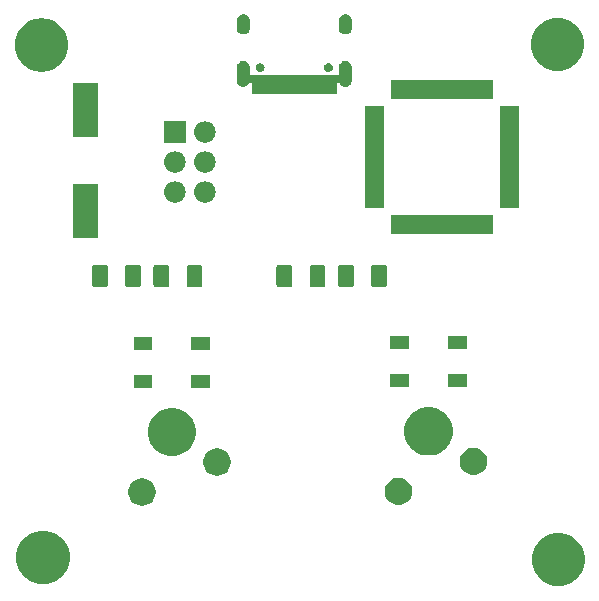
<source format=gbr>
G04 #@! TF.GenerationSoftware,KiCad,Pcbnew,(5.1.4)-1*
G04 #@! TF.CreationDate,2023-02-23T21:20:58+01:00*
G04 #@! TF.ProjectId,pcb,7063622e-6b69-4636-9164-5f7063625858,1.0*
G04 #@! TF.SameCoordinates,Original*
G04 #@! TF.FileFunction,Soldermask,Top*
G04 #@! TF.FilePolarity,Negative*
%FSLAX46Y46*%
G04 Gerber Fmt 4.6, Leading zero omitted, Abs format (unit mm)*
G04 Created by KiCad (PCBNEW (5.1.4)-1) date 2023-02-23 21:20:58*
%MOMM*%
%LPD*%
G04 APERTURE LIST*
%ADD10C,0.100000*%
G04 APERTURE END LIST*
D10*
G36*
X208676464Y-96882000D02*
G01*
X209063593Y-96959004D01*
X209473249Y-97128689D01*
X209841929Y-97375034D01*
X210155466Y-97688571D01*
X210401811Y-98057251D01*
X210571496Y-98466907D01*
X210658000Y-98901796D01*
X210658000Y-99345204D01*
X210571496Y-99780093D01*
X210401811Y-100189749D01*
X210155466Y-100558429D01*
X209841929Y-100871966D01*
X209473249Y-101118311D01*
X209063593Y-101287996D01*
X208682880Y-101363724D01*
X208628705Y-101374500D01*
X208185295Y-101374500D01*
X208131120Y-101363724D01*
X207750407Y-101287996D01*
X207340751Y-101118311D01*
X206972071Y-100871966D01*
X206658534Y-100558429D01*
X206412189Y-100189749D01*
X206242504Y-99780093D01*
X206156000Y-99345204D01*
X206156000Y-98901796D01*
X206242504Y-98466907D01*
X206412189Y-98057251D01*
X206658534Y-97688571D01*
X206972071Y-97375034D01*
X207340751Y-97128689D01*
X207750407Y-96959004D01*
X208137536Y-96882000D01*
X208185295Y-96872500D01*
X208628705Y-96872500D01*
X208676464Y-96882000D01*
X208676464Y-96882000D01*
G37*
G36*
X165057880Y-96692776D02*
G01*
X165438593Y-96768504D01*
X165848249Y-96938189D01*
X166216929Y-97184534D01*
X166530466Y-97498071D01*
X166776811Y-97866751D01*
X166946496Y-98276407D01*
X167033000Y-98711296D01*
X167033000Y-99154704D01*
X166946496Y-99589593D01*
X166776811Y-99999249D01*
X166530466Y-100367929D01*
X166216929Y-100681466D01*
X165848249Y-100927811D01*
X165438593Y-101097496D01*
X165057880Y-101173224D01*
X165003705Y-101184000D01*
X164560295Y-101184000D01*
X164506120Y-101173224D01*
X164125407Y-101097496D01*
X163715751Y-100927811D01*
X163347071Y-100681466D01*
X163033534Y-100367929D01*
X162787189Y-99999249D01*
X162617504Y-99589593D01*
X162531000Y-99154704D01*
X162531000Y-98711296D01*
X162617504Y-98276407D01*
X162787189Y-97866751D01*
X163033534Y-97498071D01*
X163347071Y-97184534D01*
X163715751Y-96938189D01*
X164125407Y-96768504D01*
X164506120Y-96692776D01*
X164560295Y-96682000D01*
X165003705Y-96682000D01*
X165057880Y-96692776D01*
X165057880Y-96692776D01*
G37*
G36*
X173388549Y-92279616D02*
G01*
X173499734Y-92301732D01*
X173709203Y-92388497D01*
X173897720Y-92514460D01*
X174058040Y-92674780D01*
X174184003Y-92863297D01*
X174270768Y-93072766D01*
X174315000Y-93295136D01*
X174315000Y-93521864D01*
X174270768Y-93744234D01*
X174184003Y-93953703D01*
X174058040Y-94142220D01*
X173897720Y-94302540D01*
X173709203Y-94428503D01*
X173499734Y-94515268D01*
X173388549Y-94537384D01*
X173277365Y-94559500D01*
X173050635Y-94559500D01*
X172939451Y-94537384D01*
X172828266Y-94515268D01*
X172618797Y-94428503D01*
X172430280Y-94302540D01*
X172269960Y-94142220D01*
X172143997Y-93953703D01*
X172057232Y-93744234D01*
X172013000Y-93521864D01*
X172013000Y-93295136D01*
X172057232Y-93072766D01*
X172143997Y-92863297D01*
X172269960Y-92674780D01*
X172430280Y-92514460D01*
X172618797Y-92388497D01*
X172828266Y-92301732D01*
X172939451Y-92279616D01*
X173050635Y-92257500D01*
X173277365Y-92257500D01*
X173388549Y-92279616D01*
X173388549Y-92279616D01*
G37*
G36*
X195106549Y-92216116D02*
G01*
X195217734Y-92238232D01*
X195427203Y-92324997D01*
X195615720Y-92450960D01*
X195776040Y-92611280D01*
X195902003Y-92799797D01*
X195988768Y-93009266D01*
X196033000Y-93231636D01*
X196033000Y-93458364D01*
X195988768Y-93680734D01*
X195902003Y-93890203D01*
X195776040Y-94078720D01*
X195615720Y-94239040D01*
X195427203Y-94365003D01*
X195217734Y-94451768D01*
X195106549Y-94473884D01*
X194995365Y-94496000D01*
X194768635Y-94496000D01*
X194657451Y-94473884D01*
X194546266Y-94451768D01*
X194336797Y-94365003D01*
X194148280Y-94239040D01*
X193987960Y-94078720D01*
X193861997Y-93890203D01*
X193775232Y-93680734D01*
X193731000Y-93458364D01*
X193731000Y-93231636D01*
X193775232Y-93009266D01*
X193861997Y-92799797D01*
X193987960Y-92611280D01*
X194148280Y-92450960D01*
X194336797Y-92324997D01*
X194546266Y-92238232D01*
X194657451Y-92216116D01*
X194768635Y-92194000D01*
X194995365Y-92194000D01*
X195106549Y-92216116D01*
X195106549Y-92216116D01*
G37*
G36*
X179738549Y-89739616D02*
G01*
X179849734Y-89761732D01*
X180059203Y-89848497D01*
X180247720Y-89974460D01*
X180408040Y-90134780D01*
X180534003Y-90323297D01*
X180620768Y-90532766D01*
X180665000Y-90755136D01*
X180665000Y-90981864D01*
X180620768Y-91204234D01*
X180534003Y-91413703D01*
X180408040Y-91602220D01*
X180247720Y-91762540D01*
X180059203Y-91888503D01*
X179849734Y-91975268D01*
X179738549Y-91997384D01*
X179627365Y-92019500D01*
X179400635Y-92019500D01*
X179289451Y-91997384D01*
X179178266Y-91975268D01*
X178968797Y-91888503D01*
X178780280Y-91762540D01*
X178619960Y-91602220D01*
X178493997Y-91413703D01*
X178407232Y-91204234D01*
X178363000Y-90981864D01*
X178363000Y-90755136D01*
X178407232Y-90532766D01*
X178493997Y-90323297D01*
X178619960Y-90134780D01*
X178780280Y-89974460D01*
X178968797Y-89848497D01*
X179178266Y-89761732D01*
X179289451Y-89739616D01*
X179400635Y-89717500D01*
X179627365Y-89717500D01*
X179738549Y-89739616D01*
X179738549Y-89739616D01*
G37*
G36*
X201456549Y-89676116D02*
G01*
X201567734Y-89698232D01*
X201777203Y-89784997D01*
X201965720Y-89910960D01*
X202126040Y-90071280D01*
X202252003Y-90259797D01*
X202338768Y-90469266D01*
X202383000Y-90691636D01*
X202383000Y-90918364D01*
X202338768Y-91140734D01*
X202252003Y-91350203D01*
X202126040Y-91538720D01*
X201965720Y-91699040D01*
X201777203Y-91825003D01*
X201567734Y-91911768D01*
X201456549Y-91933884D01*
X201345365Y-91956000D01*
X201118635Y-91956000D01*
X201007451Y-91933884D01*
X200896266Y-91911768D01*
X200686797Y-91825003D01*
X200498280Y-91699040D01*
X200337960Y-91538720D01*
X200211997Y-91350203D01*
X200125232Y-91140734D01*
X200081000Y-90918364D01*
X200081000Y-90691636D01*
X200125232Y-90469266D01*
X200211997Y-90259797D01*
X200337960Y-90071280D01*
X200498280Y-89910960D01*
X200686797Y-89784997D01*
X200896266Y-89698232D01*
X201007451Y-89676116D01*
X201118635Y-89654000D01*
X201345365Y-89654000D01*
X201456549Y-89676116D01*
X201456549Y-89676116D01*
G37*
G36*
X176302254Y-86356318D02*
G01*
X176675511Y-86510926D01*
X176675513Y-86510927D01*
X177011436Y-86735384D01*
X177297116Y-87021064D01*
X177479144Y-87293487D01*
X177521574Y-87356989D01*
X177676182Y-87730246D01*
X177755000Y-88126493D01*
X177755000Y-88530507D01*
X177676182Y-88926754D01*
X177521574Y-89300011D01*
X177521573Y-89300013D01*
X177297116Y-89635936D01*
X177011436Y-89921616D01*
X176675513Y-90146073D01*
X176675512Y-90146074D01*
X176675511Y-90146074D01*
X176302254Y-90300682D01*
X175906007Y-90379500D01*
X175501993Y-90379500D01*
X175105746Y-90300682D01*
X174732489Y-90146074D01*
X174732488Y-90146074D01*
X174732487Y-90146073D01*
X174396564Y-89921616D01*
X174110884Y-89635936D01*
X173886427Y-89300013D01*
X173886426Y-89300011D01*
X173731818Y-88926754D01*
X173653000Y-88530507D01*
X173653000Y-88126493D01*
X173731818Y-87730246D01*
X173886426Y-87356989D01*
X173928857Y-87293487D01*
X174110884Y-87021064D01*
X174396564Y-86735384D01*
X174732487Y-86510927D01*
X174732489Y-86510926D01*
X175105746Y-86356318D01*
X175501993Y-86277500D01*
X175906007Y-86277500D01*
X176302254Y-86356318D01*
X176302254Y-86356318D01*
G37*
G36*
X198020254Y-86292818D02*
G01*
X198393511Y-86447426D01*
X198393513Y-86447427D01*
X198488547Y-86510927D01*
X198729436Y-86671884D01*
X199015116Y-86957564D01*
X199239574Y-87293489D01*
X199394182Y-87666746D01*
X199473000Y-88062993D01*
X199473000Y-88467007D01*
X199394182Y-88863254D01*
X199367879Y-88926754D01*
X199239573Y-89236513D01*
X199015116Y-89572436D01*
X198729436Y-89858116D01*
X198393513Y-90082573D01*
X198393512Y-90082574D01*
X198393511Y-90082574D01*
X198020254Y-90237182D01*
X197624007Y-90316000D01*
X197219993Y-90316000D01*
X196823746Y-90237182D01*
X196450489Y-90082574D01*
X196450488Y-90082574D01*
X196450487Y-90082573D01*
X196114564Y-89858116D01*
X195828884Y-89572436D01*
X195604427Y-89236513D01*
X195476121Y-88926754D01*
X195449818Y-88863254D01*
X195371000Y-88467007D01*
X195371000Y-88062993D01*
X195449818Y-87666746D01*
X195604426Y-87293489D01*
X195828884Y-86957564D01*
X196114564Y-86671884D01*
X196355453Y-86510927D01*
X196450487Y-86447427D01*
X196450489Y-86447426D01*
X196823746Y-86292818D01*
X197219993Y-86214000D01*
X197624007Y-86214000D01*
X198020254Y-86292818D01*
X198020254Y-86292818D01*
G37*
G36*
X174055000Y-84574000D02*
G01*
X172453000Y-84574000D01*
X172453000Y-83472000D01*
X174055000Y-83472000D01*
X174055000Y-84574000D01*
X174055000Y-84574000D01*
G37*
G36*
X178955000Y-84574000D02*
G01*
X177353000Y-84574000D01*
X177353000Y-83472000D01*
X178955000Y-83472000D01*
X178955000Y-84574000D01*
X178955000Y-84574000D01*
G37*
G36*
X195773000Y-84510500D02*
G01*
X194171000Y-84510500D01*
X194171000Y-83408500D01*
X195773000Y-83408500D01*
X195773000Y-84510500D01*
X195773000Y-84510500D01*
G37*
G36*
X200673000Y-84510500D02*
G01*
X199071000Y-84510500D01*
X199071000Y-83408500D01*
X200673000Y-83408500D01*
X200673000Y-84510500D01*
X200673000Y-84510500D01*
G37*
G36*
X178955000Y-81374000D02*
G01*
X177353000Y-81374000D01*
X177353000Y-80272000D01*
X178955000Y-80272000D01*
X178955000Y-81374000D01*
X178955000Y-81374000D01*
G37*
G36*
X174055000Y-81374000D02*
G01*
X172453000Y-81374000D01*
X172453000Y-80272000D01*
X174055000Y-80272000D01*
X174055000Y-81374000D01*
X174055000Y-81374000D01*
G37*
G36*
X200673000Y-81310500D02*
G01*
X199071000Y-81310500D01*
X199071000Y-80208500D01*
X200673000Y-80208500D01*
X200673000Y-81310500D01*
X200673000Y-81310500D01*
G37*
G36*
X195773000Y-81310500D02*
G01*
X194171000Y-81310500D01*
X194171000Y-80208500D01*
X195773000Y-80208500D01*
X195773000Y-81310500D01*
X195773000Y-81310500D01*
G37*
G36*
X178130604Y-74198847D02*
G01*
X178167144Y-74209932D01*
X178200821Y-74227933D01*
X178230341Y-74252159D01*
X178254567Y-74281679D01*
X178272568Y-74315356D01*
X178283653Y-74351896D01*
X178288000Y-74396038D01*
X178288000Y-75844962D01*
X178283653Y-75889104D01*
X178272568Y-75925644D01*
X178254567Y-75959321D01*
X178230341Y-75988841D01*
X178200821Y-76013067D01*
X178167144Y-76031068D01*
X178130604Y-76042153D01*
X178086462Y-76046500D01*
X177137538Y-76046500D01*
X177093396Y-76042153D01*
X177056856Y-76031068D01*
X177023179Y-76013067D01*
X176993659Y-75988841D01*
X176969433Y-75959321D01*
X176951432Y-75925644D01*
X176940347Y-75889104D01*
X176936000Y-75844962D01*
X176936000Y-74396038D01*
X176940347Y-74351896D01*
X176951432Y-74315356D01*
X176969433Y-74281679D01*
X176993659Y-74252159D01*
X177023179Y-74227933D01*
X177056856Y-74209932D01*
X177093396Y-74198847D01*
X177137538Y-74194500D01*
X178086462Y-74194500D01*
X178130604Y-74198847D01*
X178130604Y-74198847D01*
G37*
G36*
X175330604Y-74198847D02*
G01*
X175367144Y-74209932D01*
X175400821Y-74227933D01*
X175430341Y-74252159D01*
X175454567Y-74281679D01*
X175472568Y-74315356D01*
X175483653Y-74351896D01*
X175488000Y-74396038D01*
X175488000Y-75844962D01*
X175483653Y-75889104D01*
X175472568Y-75925644D01*
X175454567Y-75959321D01*
X175430341Y-75988841D01*
X175400821Y-76013067D01*
X175367144Y-76031068D01*
X175330604Y-76042153D01*
X175286462Y-76046500D01*
X174337538Y-76046500D01*
X174293396Y-76042153D01*
X174256856Y-76031068D01*
X174223179Y-76013067D01*
X174193659Y-75988841D01*
X174169433Y-75959321D01*
X174151432Y-75925644D01*
X174140347Y-75889104D01*
X174136000Y-75844962D01*
X174136000Y-74396038D01*
X174140347Y-74351896D01*
X174151432Y-74315356D01*
X174169433Y-74281679D01*
X174193659Y-74252159D01*
X174223179Y-74227933D01*
X174256856Y-74209932D01*
X174293396Y-74198847D01*
X174337538Y-74194500D01*
X175286462Y-74194500D01*
X175330604Y-74198847D01*
X175330604Y-74198847D01*
G37*
G36*
X190952604Y-74198847D02*
G01*
X190989144Y-74209932D01*
X191022821Y-74227933D01*
X191052341Y-74252159D01*
X191076567Y-74281679D01*
X191094568Y-74315356D01*
X191105653Y-74351896D01*
X191110000Y-74396038D01*
X191110000Y-75844962D01*
X191105653Y-75889104D01*
X191094568Y-75925644D01*
X191076567Y-75959321D01*
X191052341Y-75988841D01*
X191022821Y-76013067D01*
X190989144Y-76031068D01*
X190952604Y-76042153D01*
X190908462Y-76046500D01*
X189959538Y-76046500D01*
X189915396Y-76042153D01*
X189878856Y-76031068D01*
X189845179Y-76013067D01*
X189815659Y-75988841D01*
X189791433Y-75959321D01*
X189773432Y-75925644D01*
X189762347Y-75889104D01*
X189758000Y-75844962D01*
X189758000Y-74396038D01*
X189762347Y-74351896D01*
X189773432Y-74315356D01*
X189791433Y-74281679D01*
X189815659Y-74252159D01*
X189845179Y-74227933D01*
X189878856Y-74209932D01*
X189915396Y-74198847D01*
X189959538Y-74194500D01*
X190908462Y-74194500D01*
X190952604Y-74198847D01*
X190952604Y-74198847D01*
G37*
G36*
X193752604Y-74198847D02*
G01*
X193789144Y-74209932D01*
X193822821Y-74227933D01*
X193852341Y-74252159D01*
X193876567Y-74281679D01*
X193894568Y-74315356D01*
X193905653Y-74351896D01*
X193910000Y-74396038D01*
X193910000Y-75844962D01*
X193905653Y-75889104D01*
X193894568Y-75925644D01*
X193876567Y-75959321D01*
X193852341Y-75988841D01*
X193822821Y-76013067D01*
X193789144Y-76031068D01*
X193752604Y-76042153D01*
X193708462Y-76046500D01*
X192759538Y-76046500D01*
X192715396Y-76042153D01*
X192678856Y-76031068D01*
X192645179Y-76013067D01*
X192615659Y-75988841D01*
X192591433Y-75959321D01*
X192573432Y-75925644D01*
X192562347Y-75889104D01*
X192558000Y-75844962D01*
X192558000Y-74396038D01*
X192562347Y-74351896D01*
X192573432Y-74315356D01*
X192591433Y-74281679D01*
X192615659Y-74252159D01*
X192645179Y-74227933D01*
X192678856Y-74209932D01*
X192715396Y-74198847D01*
X192759538Y-74194500D01*
X193708462Y-74194500D01*
X193752604Y-74198847D01*
X193752604Y-74198847D01*
G37*
G36*
X170124604Y-74198847D02*
G01*
X170161144Y-74209932D01*
X170194821Y-74227933D01*
X170224341Y-74252159D01*
X170248567Y-74281679D01*
X170266568Y-74315356D01*
X170277653Y-74351896D01*
X170282000Y-74396038D01*
X170282000Y-75844962D01*
X170277653Y-75889104D01*
X170266568Y-75925644D01*
X170248567Y-75959321D01*
X170224341Y-75988841D01*
X170194821Y-76013067D01*
X170161144Y-76031068D01*
X170124604Y-76042153D01*
X170080462Y-76046500D01*
X169131538Y-76046500D01*
X169087396Y-76042153D01*
X169050856Y-76031068D01*
X169017179Y-76013067D01*
X168987659Y-75988841D01*
X168963433Y-75959321D01*
X168945432Y-75925644D01*
X168934347Y-75889104D01*
X168930000Y-75844962D01*
X168930000Y-74396038D01*
X168934347Y-74351896D01*
X168945432Y-74315356D01*
X168963433Y-74281679D01*
X168987659Y-74252159D01*
X169017179Y-74227933D01*
X169050856Y-74209932D01*
X169087396Y-74198847D01*
X169131538Y-74194500D01*
X170080462Y-74194500D01*
X170124604Y-74198847D01*
X170124604Y-74198847D01*
G37*
G36*
X185744604Y-74198847D02*
G01*
X185781144Y-74209932D01*
X185814821Y-74227933D01*
X185844341Y-74252159D01*
X185868567Y-74281679D01*
X185886568Y-74315356D01*
X185897653Y-74351896D01*
X185902000Y-74396038D01*
X185902000Y-75844962D01*
X185897653Y-75889104D01*
X185886568Y-75925644D01*
X185868567Y-75959321D01*
X185844341Y-75988841D01*
X185814821Y-76013067D01*
X185781144Y-76031068D01*
X185744604Y-76042153D01*
X185700462Y-76046500D01*
X184751538Y-76046500D01*
X184707396Y-76042153D01*
X184670856Y-76031068D01*
X184637179Y-76013067D01*
X184607659Y-75988841D01*
X184583433Y-75959321D01*
X184565432Y-75925644D01*
X184554347Y-75889104D01*
X184550000Y-75844962D01*
X184550000Y-74396038D01*
X184554347Y-74351896D01*
X184565432Y-74315356D01*
X184583433Y-74281679D01*
X184607659Y-74252159D01*
X184637179Y-74227933D01*
X184670856Y-74209932D01*
X184707396Y-74198847D01*
X184751538Y-74194500D01*
X185700462Y-74194500D01*
X185744604Y-74198847D01*
X185744604Y-74198847D01*
G37*
G36*
X188544604Y-74198847D02*
G01*
X188581144Y-74209932D01*
X188614821Y-74227933D01*
X188644341Y-74252159D01*
X188668567Y-74281679D01*
X188686568Y-74315356D01*
X188697653Y-74351896D01*
X188702000Y-74396038D01*
X188702000Y-75844962D01*
X188697653Y-75889104D01*
X188686568Y-75925644D01*
X188668567Y-75959321D01*
X188644341Y-75988841D01*
X188614821Y-76013067D01*
X188581144Y-76031068D01*
X188544604Y-76042153D01*
X188500462Y-76046500D01*
X187551538Y-76046500D01*
X187507396Y-76042153D01*
X187470856Y-76031068D01*
X187437179Y-76013067D01*
X187407659Y-75988841D01*
X187383433Y-75959321D01*
X187365432Y-75925644D01*
X187354347Y-75889104D01*
X187350000Y-75844962D01*
X187350000Y-74396038D01*
X187354347Y-74351896D01*
X187365432Y-74315356D01*
X187383433Y-74281679D01*
X187407659Y-74252159D01*
X187437179Y-74227933D01*
X187470856Y-74209932D01*
X187507396Y-74198847D01*
X187551538Y-74194500D01*
X188500462Y-74194500D01*
X188544604Y-74198847D01*
X188544604Y-74198847D01*
G37*
G36*
X172924604Y-74198847D02*
G01*
X172961144Y-74209932D01*
X172994821Y-74227933D01*
X173024341Y-74252159D01*
X173048567Y-74281679D01*
X173066568Y-74315356D01*
X173077653Y-74351896D01*
X173082000Y-74396038D01*
X173082000Y-75844962D01*
X173077653Y-75889104D01*
X173066568Y-75925644D01*
X173048567Y-75959321D01*
X173024341Y-75988841D01*
X172994821Y-76013067D01*
X172961144Y-76031068D01*
X172924604Y-76042153D01*
X172880462Y-76046500D01*
X171931538Y-76046500D01*
X171887396Y-76042153D01*
X171850856Y-76031068D01*
X171817179Y-76013067D01*
X171787659Y-75988841D01*
X171763433Y-75959321D01*
X171745432Y-75925644D01*
X171734347Y-75889104D01*
X171730000Y-75844962D01*
X171730000Y-74396038D01*
X171734347Y-74351896D01*
X171745432Y-74315356D01*
X171763433Y-74281679D01*
X171787659Y-74252159D01*
X171817179Y-74227933D01*
X171850856Y-74209932D01*
X171887396Y-74198847D01*
X171931538Y-74194500D01*
X172880462Y-74194500D01*
X172924604Y-74198847D01*
X172924604Y-74198847D01*
G37*
G36*
X169453000Y-71892500D02*
G01*
X167351000Y-71892500D01*
X167351000Y-67290500D01*
X169453000Y-67290500D01*
X169453000Y-71892500D01*
X169453000Y-71892500D01*
G37*
G36*
X202890000Y-71525000D02*
G01*
X194238000Y-71525000D01*
X194238000Y-69923000D01*
X202890000Y-69923000D01*
X202890000Y-71525000D01*
X202890000Y-71525000D01*
G37*
G36*
X193665000Y-69350000D02*
G01*
X192063000Y-69350000D01*
X192063000Y-60698000D01*
X193665000Y-60698000D01*
X193665000Y-69350000D01*
X193665000Y-69350000D01*
G37*
G36*
X205065000Y-69350000D02*
G01*
X203463000Y-69350000D01*
X203463000Y-60698000D01*
X205065000Y-60698000D01*
X205065000Y-69350000D01*
X205065000Y-69350000D01*
G37*
G36*
X178608443Y-67114019D02*
G01*
X178674627Y-67120537D01*
X178844466Y-67172057D01*
X179000991Y-67255722D01*
X179036729Y-67285052D01*
X179138186Y-67368314D01*
X179221448Y-67469771D01*
X179250778Y-67505509D01*
X179334443Y-67662034D01*
X179385963Y-67831873D01*
X179403359Y-68008500D01*
X179385963Y-68185127D01*
X179334443Y-68354966D01*
X179250778Y-68511491D01*
X179221448Y-68547229D01*
X179138186Y-68648686D01*
X179036729Y-68731948D01*
X179000991Y-68761278D01*
X178844466Y-68844943D01*
X178674627Y-68896463D01*
X178608442Y-68902982D01*
X178542260Y-68909500D01*
X178453740Y-68909500D01*
X178387558Y-68902982D01*
X178321373Y-68896463D01*
X178151534Y-68844943D01*
X177995009Y-68761278D01*
X177959271Y-68731948D01*
X177857814Y-68648686D01*
X177774552Y-68547229D01*
X177745222Y-68511491D01*
X177661557Y-68354966D01*
X177610037Y-68185127D01*
X177592641Y-68008500D01*
X177610037Y-67831873D01*
X177661557Y-67662034D01*
X177745222Y-67505509D01*
X177774552Y-67469771D01*
X177857814Y-67368314D01*
X177959271Y-67285052D01*
X177995009Y-67255722D01*
X178151534Y-67172057D01*
X178321373Y-67120537D01*
X178387557Y-67114019D01*
X178453740Y-67107500D01*
X178542260Y-67107500D01*
X178608443Y-67114019D01*
X178608443Y-67114019D01*
G37*
G36*
X176068443Y-67114019D02*
G01*
X176134627Y-67120537D01*
X176304466Y-67172057D01*
X176460991Y-67255722D01*
X176496729Y-67285052D01*
X176598186Y-67368314D01*
X176681448Y-67469771D01*
X176710778Y-67505509D01*
X176794443Y-67662034D01*
X176845963Y-67831873D01*
X176863359Y-68008500D01*
X176845963Y-68185127D01*
X176794443Y-68354966D01*
X176710778Y-68511491D01*
X176681448Y-68547229D01*
X176598186Y-68648686D01*
X176496729Y-68731948D01*
X176460991Y-68761278D01*
X176304466Y-68844943D01*
X176134627Y-68896463D01*
X176068442Y-68902982D01*
X176002260Y-68909500D01*
X175913740Y-68909500D01*
X175847558Y-68902982D01*
X175781373Y-68896463D01*
X175611534Y-68844943D01*
X175455009Y-68761278D01*
X175419271Y-68731948D01*
X175317814Y-68648686D01*
X175234552Y-68547229D01*
X175205222Y-68511491D01*
X175121557Y-68354966D01*
X175070037Y-68185127D01*
X175052641Y-68008500D01*
X175070037Y-67831873D01*
X175121557Y-67662034D01*
X175205222Y-67505509D01*
X175234552Y-67469771D01*
X175317814Y-67368314D01*
X175419271Y-67285052D01*
X175455009Y-67255722D01*
X175611534Y-67172057D01*
X175781373Y-67120537D01*
X175847557Y-67114019D01*
X175913740Y-67107500D01*
X176002260Y-67107500D01*
X176068443Y-67114019D01*
X176068443Y-67114019D01*
G37*
G36*
X176068442Y-64574018D02*
G01*
X176134627Y-64580537D01*
X176304466Y-64632057D01*
X176460991Y-64715722D01*
X176496729Y-64745052D01*
X176598186Y-64828314D01*
X176681448Y-64929771D01*
X176710778Y-64965509D01*
X176794443Y-65122034D01*
X176845963Y-65291873D01*
X176863359Y-65468500D01*
X176845963Y-65645127D01*
X176794443Y-65814966D01*
X176710778Y-65971491D01*
X176681448Y-66007229D01*
X176598186Y-66108686D01*
X176496729Y-66191948D01*
X176460991Y-66221278D01*
X176304466Y-66304943D01*
X176134627Y-66356463D01*
X176068442Y-66362982D01*
X176002260Y-66369500D01*
X175913740Y-66369500D01*
X175847558Y-66362982D01*
X175781373Y-66356463D01*
X175611534Y-66304943D01*
X175455009Y-66221278D01*
X175419271Y-66191948D01*
X175317814Y-66108686D01*
X175234552Y-66007229D01*
X175205222Y-65971491D01*
X175121557Y-65814966D01*
X175070037Y-65645127D01*
X175052641Y-65468500D01*
X175070037Y-65291873D01*
X175121557Y-65122034D01*
X175205222Y-64965509D01*
X175234552Y-64929771D01*
X175317814Y-64828314D01*
X175419271Y-64745052D01*
X175455009Y-64715722D01*
X175611534Y-64632057D01*
X175781373Y-64580537D01*
X175847558Y-64574018D01*
X175913740Y-64567500D01*
X176002260Y-64567500D01*
X176068442Y-64574018D01*
X176068442Y-64574018D01*
G37*
G36*
X178608442Y-64574018D02*
G01*
X178674627Y-64580537D01*
X178844466Y-64632057D01*
X179000991Y-64715722D01*
X179036729Y-64745052D01*
X179138186Y-64828314D01*
X179221448Y-64929771D01*
X179250778Y-64965509D01*
X179334443Y-65122034D01*
X179385963Y-65291873D01*
X179403359Y-65468500D01*
X179385963Y-65645127D01*
X179334443Y-65814966D01*
X179250778Y-65971491D01*
X179221448Y-66007229D01*
X179138186Y-66108686D01*
X179036729Y-66191948D01*
X179000991Y-66221278D01*
X178844466Y-66304943D01*
X178674627Y-66356463D01*
X178608442Y-66362982D01*
X178542260Y-66369500D01*
X178453740Y-66369500D01*
X178387558Y-66362982D01*
X178321373Y-66356463D01*
X178151534Y-66304943D01*
X177995009Y-66221278D01*
X177959271Y-66191948D01*
X177857814Y-66108686D01*
X177774552Y-66007229D01*
X177745222Y-65971491D01*
X177661557Y-65814966D01*
X177610037Y-65645127D01*
X177592641Y-65468500D01*
X177610037Y-65291873D01*
X177661557Y-65122034D01*
X177745222Y-64965509D01*
X177774552Y-64929771D01*
X177857814Y-64828314D01*
X177959271Y-64745052D01*
X177995009Y-64715722D01*
X178151534Y-64632057D01*
X178321373Y-64580537D01*
X178387558Y-64574018D01*
X178453740Y-64567500D01*
X178542260Y-64567500D01*
X178608442Y-64574018D01*
X178608442Y-64574018D01*
G37*
G36*
X176859000Y-63829500D02*
G01*
X175057000Y-63829500D01*
X175057000Y-62027500D01*
X176859000Y-62027500D01*
X176859000Y-63829500D01*
X176859000Y-63829500D01*
G37*
G36*
X178608442Y-62034018D02*
G01*
X178674627Y-62040537D01*
X178844466Y-62092057D01*
X179000991Y-62175722D01*
X179036729Y-62205052D01*
X179138186Y-62288314D01*
X179221448Y-62389771D01*
X179250778Y-62425509D01*
X179334443Y-62582034D01*
X179385963Y-62751873D01*
X179403359Y-62928500D01*
X179385963Y-63105127D01*
X179334443Y-63274966D01*
X179250778Y-63431491D01*
X179221448Y-63467229D01*
X179138186Y-63568686D01*
X179036729Y-63651948D01*
X179000991Y-63681278D01*
X178844466Y-63764943D01*
X178674627Y-63816463D01*
X178608442Y-63822982D01*
X178542260Y-63829500D01*
X178453740Y-63829500D01*
X178387558Y-63822982D01*
X178321373Y-63816463D01*
X178151534Y-63764943D01*
X177995009Y-63681278D01*
X177959271Y-63651948D01*
X177857814Y-63568686D01*
X177774552Y-63467229D01*
X177745222Y-63431491D01*
X177661557Y-63274966D01*
X177610037Y-63105127D01*
X177592641Y-62928500D01*
X177610037Y-62751873D01*
X177661557Y-62582034D01*
X177745222Y-62425509D01*
X177774552Y-62389771D01*
X177857814Y-62288314D01*
X177959271Y-62205052D01*
X177995009Y-62175722D01*
X178151534Y-62092057D01*
X178321373Y-62040537D01*
X178387558Y-62034018D01*
X178453740Y-62027500D01*
X178542260Y-62027500D01*
X178608442Y-62034018D01*
X178608442Y-62034018D01*
G37*
G36*
X169453000Y-63392500D02*
G01*
X167351000Y-63392500D01*
X167351000Y-58790500D01*
X169453000Y-58790500D01*
X169453000Y-63392500D01*
X169453000Y-63392500D01*
G37*
G36*
X202890000Y-60125000D02*
G01*
X194238000Y-60125000D01*
X194238000Y-58523000D01*
X202890000Y-58523000D01*
X202890000Y-60125000D01*
X202890000Y-60125000D01*
G37*
G36*
X190483015Y-56900973D02*
G01*
X190586879Y-56932479D01*
X190614055Y-56947005D01*
X190682600Y-56983643D01*
X190766501Y-57052499D01*
X190835357Y-57136400D01*
X190863202Y-57188495D01*
X190886521Y-57232121D01*
X190918027Y-57335985D01*
X190926000Y-57416933D01*
X190926000Y-58571067D01*
X190918027Y-58652015D01*
X190886521Y-58755879D01*
X190835356Y-58851600D01*
X190766501Y-58935501D01*
X190697645Y-58992009D01*
X190682599Y-59004357D01*
X190630907Y-59031987D01*
X190586878Y-59055521D01*
X190483014Y-59087027D01*
X190375000Y-59097666D01*
X190266985Y-59087027D01*
X190163121Y-59055521D01*
X190119093Y-59031987D01*
X190067401Y-59004357D01*
X190054643Y-58993887D01*
X189983499Y-58935501D01*
X189914644Y-58851600D01*
X189891234Y-58807804D01*
X189877625Y-58787436D01*
X189860298Y-58770109D01*
X189839924Y-58756495D01*
X189817285Y-58747118D01*
X189793252Y-58742337D01*
X189768748Y-58742337D01*
X189744714Y-58747117D01*
X189722076Y-58756494D01*
X189701701Y-58770108D01*
X189684374Y-58787435D01*
X189670760Y-58807809D01*
X189661383Y-58830448D01*
X189656602Y-58854481D01*
X189656000Y-58866734D01*
X189656000Y-59685000D01*
X182454000Y-59685000D01*
X182454000Y-58866735D01*
X182451598Y-58842349D01*
X182444485Y-58818900D01*
X182432934Y-58797289D01*
X182417389Y-58778347D01*
X182398447Y-58762802D01*
X182376836Y-58751251D01*
X182353387Y-58744138D01*
X182329001Y-58741736D01*
X182304615Y-58744138D01*
X182281166Y-58751251D01*
X182259555Y-58762802D01*
X182240613Y-58778347D01*
X182225068Y-58797289D01*
X182218767Y-58807802D01*
X182212835Y-58818900D01*
X182195356Y-58851601D01*
X182164319Y-58889419D01*
X182126501Y-58935501D01*
X182057645Y-58992009D01*
X182042599Y-59004357D01*
X181990907Y-59031987D01*
X181946878Y-59055521D01*
X181843014Y-59087027D01*
X181735000Y-59097666D01*
X181626985Y-59087027D01*
X181523121Y-59055521D01*
X181479093Y-59031987D01*
X181427401Y-59004357D01*
X181414643Y-58993887D01*
X181343499Y-58935501D01*
X181274644Y-58851600D01*
X181223479Y-58755878D01*
X181191973Y-58652014D01*
X181184000Y-58571066D01*
X181184001Y-57416933D01*
X181191974Y-57335985D01*
X181223480Y-57232121D01*
X181246799Y-57188495D01*
X181274644Y-57136400D01*
X181343500Y-57052499D01*
X181427401Y-56983643D01*
X181495946Y-56947005D01*
X181523122Y-56932479D01*
X181626986Y-56900973D01*
X181735000Y-56890334D01*
X181843015Y-56900973D01*
X181946879Y-56932479D01*
X181974055Y-56947005D01*
X182042600Y-56983643D01*
X182126501Y-57052499D01*
X182195357Y-57136400D01*
X182223202Y-57188495D01*
X182246521Y-57232121D01*
X182278027Y-57335985D01*
X182286000Y-57416933D01*
X182286000Y-58008001D01*
X182288402Y-58032387D01*
X182295515Y-58055836D01*
X182307066Y-58077447D01*
X182322611Y-58096389D01*
X182341553Y-58111934D01*
X182363164Y-58123485D01*
X182386613Y-58130598D01*
X182410999Y-58133000D01*
X189699001Y-58133000D01*
X189723387Y-58130598D01*
X189746836Y-58123485D01*
X189768447Y-58111934D01*
X189787389Y-58096389D01*
X189802934Y-58077447D01*
X189814485Y-58055836D01*
X189821598Y-58032387D01*
X189824000Y-58008001D01*
X189824001Y-57416939D01*
X189824001Y-57416933D01*
X189831974Y-57335985D01*
X189863480Y-57232121D01*
X189886799Y-57188495D01*
X189914644Y-57136400D01*
X189983500Y-57052499D01*
X190067401Y-56983643D01*
X190135946Y-56947005D01*
X190163122Y-56932479D01*
X190266986Y-56900973D01*
X190375000Y-56890334D01*
X190483015Y-56900973D01*
X190483015Y-56900973D01*
G37*
G36*
X189054672Y-57102449D02*
G01*
X189054674Y-57102450D01*
X189054675Y-57102450D01*
X189123103Y-57130793D01*
X189184686Y-57171942D01*
X189237058Y-57224314D01*
X189278207Y-57285897D01*
X189306550Y-57354325D01*
X189306551Y-57354328D01*
X189321000Y-57426966D01*
X189321000Y-57501034D01*
X189311260Y-57550000D01*
X189306550Y-57573675D01*
X189278207Y-57642103D01*
X189237058Y-57703686D01*
X189184686Y-57756058D01*
X189123103Y-57797207D01*
X189054675Y-57825550D01*
X189054674Y-57825550D01*
X189054672Y-57825551D01*
X188982034Y-57840000D01*
X188907966Y-57840000D01*
X188835328Y-57825551D01*
X188835326Y-57825550D01*
X188835325Y-57825550D01*
X188766897Y-57797207D01*
X188705314Y-57756058D01*
X188652942Y-57703686D01*
X188611793Y-57642103D01*
X188583450Y-57573675D01*
X188578741Y-57550000D01*
X188569000Y-57501034D01*
X188569000Y-57426966D01*
X188583449Y-57354328D01*
X188583450Y-57354325D01*
X188611793Y-57285897D01*
X188652942Y-57224314D01*
X188705314Y-57171942D01*
X188766897Y-57130793D01*
X188835325Y-57102450D01*
X188835326Y-57102450D01*
X188835328Y-57102449D01*
X188907966Y-57088000D01*
X188982034Y-57088000D01*
X189054672Y-57102449D01*
X189054672Y-57102449D01*
G37*
G36*
X183274672Y-57102449D02*
G01*
X183274674Y-57102450D01*
X183274675Y-57102450D01*
X183343103Y-57130793D01*
X183404686Y-57171942D01*
X183457058Y-57224314D01*
X183498207Y-57285897D01*
X183526550Y-57354325D01*
X183526551Y-57354328D01*
X183541000Y-57426966D01*
X183541000Y-57501034D01*
X183531260Y-57550000D01*
X183526550Y-57573675D01*
X183498207Y-57642103D01*
X183457058Y-57703686D01*
X183404686Y-57756058D01*
X183343103Y-57797207D01*
X183274675Y-57825550D01*
X183274674Y-57825550D01*
X183274672Y-57825551D01*
X183202034Y-57840000D01*
X183127966Y-57840000D01*
X183055328Y-57825551D01*
X183055326Y-57825550D01*
X183055325Y-57825550D01*
X182986897Y-57797207D01*
X182925314Y-57756058D01*
X182872942Y-57703686D01*
X182831793Y-57642103D01*
X182803450Y-57573675D01*
X182798741Y-57550000D01*
X182789000Y-57501034D01*
X182789000Y-57426966D01*
X182803449Y-57354328D01*
X182803450Y-57354325D01*
X182831793Y-57285897D01*
X182872942Y-57224314D01*
X182925314Y-57171942D01*
X182986897Y-57130793D01*
X183055325Y-57102450D01*
X183055326Y-57102450D01*
X183055328Y-57102449D01*
X183127966Y-57088000D01*
X183202034Y-57088000D01*
X183274672Y-57102449D01*
X183274672Y-57102449D01*
G37*
G36*
X164931880Y-53322276D02*
G01*
X165312593Y-53398004D01*
X165722249Y-53567689D01*
X166090929Y-53814034D01*
X166404466Y-54127571D01*
X166650811Y-54496251D01*
X166820496Y-54905907D01*
X166907000Y-55340796D01*
X166907000Y-55784204D01*
X166820496Y-56219093D01*
X166650811Y-56628749D01*
X166404466Y-56997429D01*
X166090929Y-57310966D01*
X165722249Y-57557311D01*
X165312593Y-57726996D01*
X164959620Y-57797206D01*
X164877705Y-57813500D01*
X164434295Y-57813500D01*
X164352380Y-57797206D01*
X163999407Y-57726996D01*
X163589751Y-57557311D01*
X163221071Y-57310966D01*
X162907534Y-56997429D01*
X162661189Y-56628749D01*
X162491504Y-56219093D01*
X162405000Y-55784204D01*
X162405000Y-55340796D01*
X162491504Y-54905907D01*
X162661189Y-54496251D01*
X162907534Y-54127571D01*
X163221071Y-53814034D01*
X163589751Y-53567689D01*
X163999407Y-53398004D01*
X164380120Y-53322276D01*
X164434295Y-53311500D01*
X164877705Y-53311500D01*
X164931880Y-53322276D01*
X164931880Y-53322276D01*
G37*
G36*
X208619880Y-53258776D02*
G01*
X209000593Y-53334504D01*
X209410249Y-53504189D01*
X209778929Y-53750534D01*
X210092466Y-54064071D01*
X210338811Y-54432751D01*
X210508496Y-54842407D01*
X210595000Y-55277296D01*
X210595000Y-55720704D01*
X210508496Y-56155593D01*
X210338811Y-56565249D01*
X210092466Y-56933929D01*
X209778929Y-57247466D01*
X209410249Y-57493811D01*
X209000593Y-57663496D01*
X208619880Y-57739224D01*
X208565705Y-57750000D01*
X208122295Y-57750000D01*
X208068120Y-57739224D01*
X207687407Y-57663496D01*
X207277751Y-57493811D01*
X206909071Y-57247466D01*
X206595534Y-56933929D01*
X206349189Y-56565249D01*
X206179504Y-56155593D01*
X206093000Y-55720704D01*
X206093000Y-55277296D01*
X206179504Y-54842407D01*
X206349189Y-54432751D01*
X206595534Y-54064071D01*
X206909071Y-53750534D01*
X207277751Y-53504189D01*
X207687407Y-53334504D01*
X208068120Y-53258776D01*
X208122295Y-53248000D01*
X208565705Y-53248000D01*
X208619880Y-53258776D01*
X208619880Y-53258776D01*
G37*
G36*
X190483015Y-52970973D02*
G01*
X190586879Y-53002479D01*
X190614055Y-53017005D01*
X190682600Y-53053643D01*
X190766501Y-53122499D01*
X190835357Y-53206400D01*
X190871995Y-53274945D01*
X190886521Y-53302121D01*
X190918027Y-53405985D01*
X190926000Y-53486933D01*
X190926000Y-54141067D01*
X190918027Y-54222015D01*
X190886521Y-54325879D01*
X190835356Y-54421600D01*
X190766501Y-54505501D01*
X190697645Y-54562009D01*
X190682599Y-54574357D01*
X190661342Y-54585719D01*
X190586878Y-54625521D01*
X190483014Y-54657027D01*
X190375000Y-54667666D01*
X190266985Y-54657027D01*
X190163121Y-54625521D01*
X190088658Y-54585719D01*
X190067401Y-54574357D01*
X190054643Y-54563887D01*
X189983499Y-54505501D01*
X189914644Y-54421600D01*
X189888009Y-54371769D01*
X189879729Y-54356279D01*
X189863479Y-54325878D01*
X189831973Y-54222014D01*
X189824000Y-54141066D01*
X189824000Y-53486933D01*
X189831973Y-53405985D01*
X189863480Y-53302121D01*
X189892409Y-53248000D01*
X189914645Y-53206399D01*
X189983500Y-53122499D01*
X190067401Y-53053643D01*
X190135946Y-53017005D01*
X190163122Y-53002479D01*
X190266986Y-52970973D01*
X190375000Y-52960334D01*
X190483015Y-52970973D01*
X190483015Y-52970973D01*
G37*
G36*
X181843015Y-52970973D02*
G01*
X181946879Y-53002479D01*
X181974055Y-53017005D01*
X182042600Y-53053643D01*
X182126501Y-53122499D01*
X182195357Y-53206400D01*
X182231995Y-53274945D01*
X182246521Y-53302121D01*
X182278027Y-53405985D01*
X182286000Y-53486933D01*
X182286000Y-54141067D01*
X182278027Y-54222015D01*
X182246521Y-54325879D01*
X182195356Y-54421600D01*
X182126501Y-54505501D01*
X182057645Y-54562009D01*
X182042599Y-54574357D01*
X182021342Y-54585719D01*
X181946878Y-54625521D01*
X181843014Y-54657027D01*
X181735000Y-54667666D01*
X181626985Y-54657027D01*
X181523121Y-54625521D01*
X181448658Y-54585719D01*
X181427401Y-54574357D01*
X181414643Y-54563887D01*
X181343499Y-54505501D01*
X181274644Y-54421600D01*
X181248009Y-54371769D01*
X181239729Y-54356279D01*
X181223479Y-54325878D01*
X181191973Y-54222014D01*
X181184000Y-54141066D01*
X181184000Y-53486933D01*
X181191973Y-53405985D01*
X181223480Y-53302121D01*
X181252409Y-53248000D01*
X181274645Y-53206399D01*
X181343500Y-53122499D01*
X181427401Y-53053643D01*
X181495946Y-53017005D01*
X181523122Y-53002479D01*
X181626986Y-52970973D01*
X181735000Y-52960334D01*
X181843015Y-52970973D01*
X181843015Y-52970973D01*
G37*
M02*

</source>
